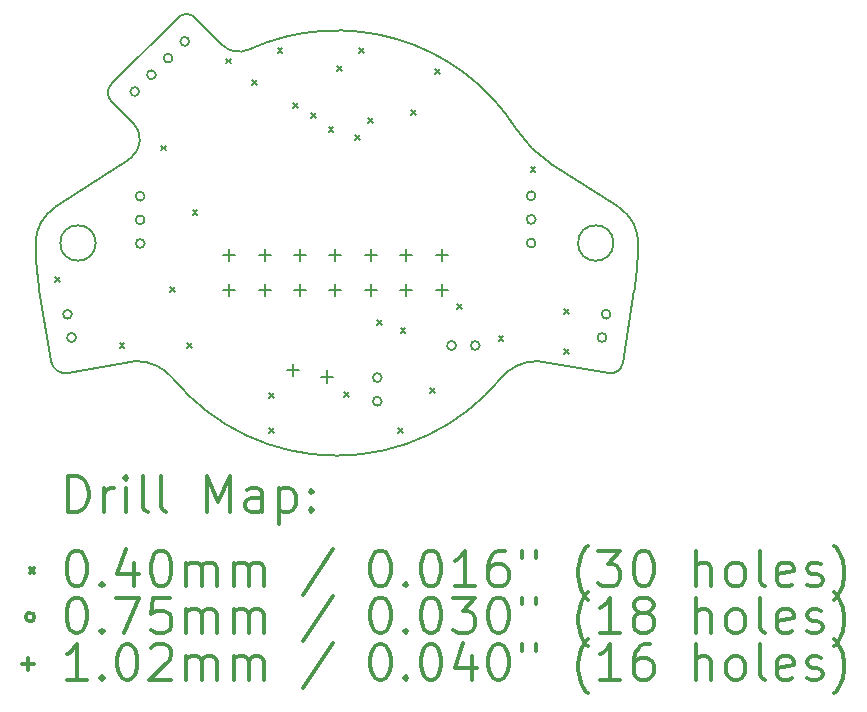
<source format=gbr>
%FSLAX45Y45*%
G04 Gerber Fmt 4.5, Leading zero omitted, Abs format (unit mm)*
G04 Created by KiCad (PCBNEW (5.1.9-0-10_14)) date 2021-09-13 08:54:31*
%MOMM*%
%LPD*%
G01*
G04 APERTURE LIST*
%TA.AperFunction,Profile*%
%ADD10C,0.200000*%
%TD*%
%ADD11C,0.200000*%
%ADD12C,0.300000*%
G04 APERTURE END LIST*
D10*
X7727861Y-11099027D02*
G75*
G02*
X7580000Y-11000000I-26782J119912D01*
G01*
X12420000Y-11020000D02*
G75*
G02*
X12304542Y-11100949I-100885J21078D01*
G01*
X12420000Y-11020000D02*
X12520000Y-10400000D01*
X7580000Y-11000000D02*
X7481529Y-10399757D01*
X8090811Y-8797919D02*
X8107000Y-8815000D01*
X8274130Y-8981238D02*
X8107000Y-8815000D01*
X9253190Y-8362235D02*
G75*
G02*
X11516467Y-9030295I746811J-1637765D01*
G01*
X8090811Y-8797919D02*
G75*
G02*
X8090811Y-8656498I70711J70711D01*
G01*
X8656497Y-8090812D02*
G75*
G02*
X8797918Y-8090812I70711J-70711D01*
G01*
X8274130Y-8981238D02*
G75*
G02*
X8255623Y-9280431I-141421J-141421D01*
G01*
X9253190Y-8362235D02*
G75*
G02*
X9028789Y-8321682I-82979J181974D01*
G01*
X8656497Y-8090812D02*
X8090811Y-8656498D01*
X9028789Y-8321682D02*
X8797918Y-8090812D01*
X11816778Y-9331839D02*
G75*
G02*
X11516467Y-9030295I542171J840268D01*
G01*
X8255623Y-9280431D02*
G75*
G02*
X8183222Y-9331839I-614572J788861D01*
G01*
X11388501Y-11145455D02*
G75*
G02*
X11697056Y-11000000I308556J-254545D01*
G01*
X8302944Y-11000000D02*
G75*
G02*
X8611499Y-11145455I0J-400000D01*
G01*
X11388501Y-11145455D02*
G75*
G02*
X8611499Y-11145455I-1388501J1145455D01*
G01*
X11697056Y-11000000D02*
X12304542Y-11100949D01*
X7727861Y-11099027D02*
X8302944Y-11000000D01*
X7450000Y-10000000D02*
G75*
G02*
X7613903Y-9699184I358000J0D01*
G01*
X12387196Y-9697482D02*
G75*
G02*
X12551470Y-10019999I-195196J-302518D01*
G01*
X7481529Y-10399757D02*
G75*
G02*
X7450000Y-10000000I2518471J399757D01*
G01*
X12551470Y-10019999D02*
G75*
G02*
X12520000Y-10400000I-2551470J19999D01*
G01*
X11816778Y-9331839D02*
X12387196Y-9697482D01*
X7613903Y-9699184D02*
X8183222Y-9331839D01*
X12342000Y-10000000D02*
G75*
G03*
X12342000Y-10000000I-150000J0D01*
G01*
X7958000Y-10000000D02*
G75*
G03*
X7958000Y-10000000I-150000J0D01*
G01*
D11*
X7615000Y-10290000D02*
X7655000Y-10330000D01*
X7655000Y-10290000D02*
X7615000Y-10330000D01*
X8160000Y-10850000D02*
X8200000Y-10890000D01*
X8200000Y-10850000D02*
X8160000Y-10890000D01*
X8510000Y-9175000D02*
X8550000Y-9215000D01*
X8550000Y-9175000D02*
X8510000Y-9215000D01*
X8590000Y-10375000D02*
X8630000Y-10415000D01*
X8630000Y-10375000D02*
X8590000Y-10415000D01*
X8735000Y-10850000D02*
X8775000Y-10890000D01*
X8775000Y-10850000D02*
X8735000Y-10890000D01*
X8780000Y-9720000D02*
X8820000Y-9760000D01*
X8820000Y-9720000D02*
X8780000Y-9760000D01*
X9060000Y-8440000D02*
X9100000Y-8480000D01*
X9100000Y-8440000D02*
X9060000Y-8480000D01*
X9280000Y-8620000D02*
X9320000Y-8660000D01*
X9320000Y-8620000D02*
X9280000Y-8660000D01*
X9425000Y-11270000D02*
X9465000Y-11310000D01*
X9465000Y-11270000D02*
X9425000Y-11310000D01*
X9425000Y-11565000D02*
X9465000Y-11605000D01*
X9465000Y-11565000D02*
X9425000Y-11605000D01*
X9499999Y-8350000D02*
X9539999Y-8390000D01*
X9539999Y-8350000D02*
X9499999Y-8390000D01*
X9629999Y-8817501D02*
X9669999Y-8857501D01*
X9669999Y-8817501D02*
X9629999Y-8857501D01*
X9780000Y-8900000D02*
X9820000Y-8940000D01*
X9820000Y-8900000D02*
X9780000Y-8940000D01*
X9930000Y-9020000D02*
X9970000Y-9060000D01*
X9970000Y-9020000D02*
X9930000Y-9060000D01*
X10000000Y-8500000D02*
X10040000Y-8540000D01*
X10040000Y-8500000D02*
X10000000Y-8540000D01*
X10060000Y-11260000D02*
X10100000Y-11300000D01*
X10100000Y-11260000D02*
X10060000Y-11300000D01*
X10155000Y-9085000D02*
X10195000Y-9125000D01*
X10195000Y-9085000D02*
X10155000Y-9125000D01*
X10189999Y-8350000D02*
X10229999Y-8390000D01*
X10229999Y-8350000D02*
X10189999Y-8390000D01*
X10265938Y-8943825D02*
X10305938Y-8983825D01*
X10305938Y-8943825D02*
X10265938Y-8983825D01*
X10340000Y-10655000D02*
X10380000Y-10695000D01*
X10380000Y-10655000D02*
X10340000Y-10695000D01*
X10520000Y-11570000D02*
X10560000Y-11610000D01*
X10560000Y-11570000D02*
X10520000Y-11610000D01*
X10540000Y-10720000D02*
X10580000Y-10760000D01*
X10580000Y-10720000D02*
X10540000Y-10760000D01*
X10630000Y-8875000D02*
X10670000Y-8915000D01*
X10670000Y-8875000D02*
X10630000Y-8915000D01*
X10790000Y-11230000D02*
X10830000Y-11270000D01*
X10830000Y-11230000D02*
X10790000Y-11270000D01*
X10835000Y-8530000D02*
X10875000Y-8570000D01*
X10875000Y-8530000D02*
X10835000Y-8570000D01*
X11020000Y-10520000D02*
X11060000Y-10560000D01*
X11060000Y-10520000D02*
X11020000Y-10560000D01*
X11370000Y-10790000D02*
X11410000Y-10830000D01*
X11410000Y-10790000D02*
X11370000Y-10830000D01*
X11640000Y-9360000D02*
X11680000Y-9400000D01*
X11680000Y-9360000D02*
X11640000Y-9400000D01*
X11925000Y-10560000D02*
X11965000Y-10600000D01*
X11965000Y-10560000D02*
X11925000Y-10600000D01*
X11925000Y-10900000D02*
X11965000Y-10940000D01*
X11965000Y-10900000D02*
X11925000Y-10940000D01*
X7756500Y-10603000D02*
G75*
G03*
X7756500Y-10603000I-37500J0D01*
G01*
X7791230Y-10799962D02*
G75*
G03*
X7791230Y-10799962I-37500J0D01*
G01*
X8326236Y-8717264D02*
G75*
G03*
X8326236Y-8717264I-37500J0D01*
G01*
X8372500Y-9604000D02*
G75*
G03*
X8372500Y-9604000I-37500J0D01*
G01*
X8372500Y-9804000D02*
G75*
G03*
X8372500Y-9804000I-37500J0D01*
G01*
X8372500Y-10004000D02*
G75*
G03*
X8372500Y-10004000I-37500J0D01*
G01*
X8467657Y-8575843D02*
G75*
G03*
X8467657Y-8575843I-37500J0D01*
G01*
X8609079Y-8434421D02*
G75*
G03*
X8609079Y-8434421I-37500J0D01*
G01*
X8750500Y-8293000D02*
G75*
G03*
X8750500Y-8293000I-37500J0D01*
G01*
X10379500Y-11140000D02*
G75*
G03*
X10379500Y-11140000I-37500J0D01*
G01*
X10379500Y-11340000D02*
G75*
G03*
X10379500Y-11340000I-37500J0D01*
G01*
X11008500Y-10868000D02*
G75*
G03*
X11008500Y-10868000I-37500J0D01*
G01*
X11208500Y-10868000D02*
G75*
G03*
X11208500Y-10868000I-37500J0D01*
G01*
X11682500Y-9600000D02*
G75*
G03*
X11682500Y-9600000I-37500J0D01*
G01*
X11682500Y-9800000D02*
G75*
G03*
X11682500Y-9800000I-37500J0D01*
G01*
X11682500Y-10000000D02*
G75*
G03*
X11682500Y-10000000I-37500J0D01*
G01*
X12282500Y-10800000D02*
G75*
G03*
X12282500Y-10800000I-37500J0D01*
G01*
X12317230Y-10603038D02*
G75*
G03*
X12317230Y-10603038I-37500J0D01*
G01*
X9088000Y-10048000D02*
X9088000Y-10150000D01*
X9037000Y-10099000D02*
X9139000Y-10099000D01*
X9088000Y-10348000D02*
X9088000Y-10450000D01*
X9037000Y-10399000D02*
X9139000Y-10399000D01*
X9388000Y-10048000D02*
X9388000Y-10150000D01*
X9337000Y-10099000D02*
X9439000Y-10099000D01*
X9388000Y-10348000D02*
X9388000Y-10450000D01*
X9337000Y-10399000D02*
X9439000Y-10399000D01*
X9626000Y-11022000D02*
X9626000Y-11124000D01*
X9575000Y-11073000D02*
X9677000Y-11073000D01*
X9688000Y-10048000D02*
X9688000Y-10150000D01*
X9637000Y-10099000D02*
X9739000Y-10099000D01*
X9688000Y-10348000D02*
X9688000Y-10450000D01*
X9637000Y-10399000D02*
X9739000Y-10399000D01*
X9920488Y-11079243D02*
X9920488Y-11181243D01*
X9869488Y-11130243D02*
X9971488Y-11130243D01*
X9988000Y-10048000D02*
X9988000Y-10150000D01*
X9937000Y-10099000D02*
X10039000Y-10099000D01*
X9988000Y-10348000D02*
X9988000Y-10450000D01*
X9937000Y-10399000D02*
X10039000Y-10399000D01*
X10288000Y-10048000D02*
X10288000Y-10150000D01*
X10237000Y-10099000D02*
X10339000Y-10099000D01*
X10288000Y-10348000D02*
X10288000Y-10450000D01*
X10237000Y-10399000D02*
X10339000Y-10399000D01*
X10588000Y-10048000D02*
X10588000Y-10150000D01*
X10537000Y-10099000D02*
X10639000Y-10099000D01*
X10588000Y-10348000D02*
X10588000Y-10450000D01*
X10537000Y-10399000D02*
X10639000Y-10399000D01*
X10888000Y-10048000D02*
X10888000Y-10150000D01*
X10837000Y-10099000D02*
X10939000Y-10099000D01*
X10888000Y-10348000D02*
X10888000Y-10450000D01*
X10837000Y-10399000D02*
X10939000Y-10399000D01*
D12*
X7726428Y-12275714D02*
X7726428Y-11975714D01*
X7797857Y-11975714D01*
X7840714Y-11990000D01*
X7869286Y-12018571D01*
X7883571Y-12047143D01*
X7897857Y-12104286D01*
X7897857Y-12147143D01*
X7883571Y-12204286D01*
X7869286Y-12232857D01*
X7840714Y-12261429D01*
X7797857Y-12275714D01*
X7726428Y-12275714D01*
X8026428Y-12275714D02*
X8026428Y-12075714D01*
X8026428Y-12132857D02*
X8040714Y-12104286D01*
X8055000Y-12090000D01*
X8083571Y-12075714D01*
X8112143Y-12075714D01*
X8212143Y-12275714D02*
X8212143Y-12075714D01*
X8212143Y-11975714D02*
X8197857Y-11990000D01*
X8212143Y-12004286D01*
X8226428Y-11990000D01*
X8212143Y-11975714D01*
X8212143Y-12004286D01*
X8397857Y-12275714D02*
X8369286Y-12261429D01*
X8355000Y-12232857D01*
X8355000Y-11975714D01*
X8555000Y-12275714D02*
X8526428Y-12261429D01*
X8512143Y-12232857D01*
X8512143Y-11975714D01*
X8897857Y-12275714D02*
X8897857Y-11975714D01*
X8997857Y-12190000D01*
X9097857Y-11975714D01*
X9097857Y-12275714D01*
X9369286Y-12275714D02*
X9369286Y-12118571D01*
X9355000Y-12090000D01*
X9326428Y-12075714D01*
X9269286Y-12075714D01*
X9240714Y-12090000D01*
X9369286Y-12261429D02*
X9340714Y-12275714D01*
X9269286Y-12275714D01*
X9240714Y-12261429D01*
X9226428Y-12232857D01*
X9226428Y-12204286D01*
X9240714Y-12175714D01*
X9269286Y-12161429D01*
X9340714Y-12161429D01*
X9369286Y-12147143D01*
X9512143Y-12075714D02*
X9512143Y-12375714D01*
X9512143Y-12090000D02*
X9540714Y-12075714D01*
X9597857Y-12075714D01*
X9626428Y-12090000D01*
X9640714Y-12104286D01*
X9655000Y-12132857D01*
X9655000Y-12218571D01*
X9640714Y-12247143D01*
X9626428Y-12261429D01*
X9597857Y-12275714D01*
X9540714Y-12275714D01*
X9512143Y-12261429D01*
X9783571Y-12247143D02*
X9797857Y-12261429D01*
X9783571Y-12275714D01*
X9769286Y-12261429D01*
X9783571Y-12247143D01*
X9783571Y-12275714D01*
X9783571Y-12090000D02*
X9797857Y-12104286D01*
X9783571Y-12118571D01*
X9769286Y-12104286D01*
X9783571Y-12090000D01*
X9783571Y-12118571D01*
X7400000Y-12750000D02*
X7440000Y-12790000D01*
X7440000Y-12750000D02*
X7400000Y-12790000D01*
X7783571Y-12605714D02*
X7812143Y-12605714D01*
X7840714Y-12620000D01*
X7855000Y-12634286D01*
X7869286Y-12662857D01*
X7883571Y-12720000D01*
X7883571Y-12791429D01*
X7869286Y-12848571D01*
X7855000Y-12877143D01*
X7840714Y-12891429D01*
X7812143Y-12905714D01*
X7783571Y-12905714D01*
X7755000Y-12891429D01*
X7740714Y-12877143D01*
X7726428Y-12848571D01*
X7712143Y-12791429D01*
X7712143Y-12720000D01*
X7726428Y-12662857D01*
X7740714Y-12634286D01*
X7755000Y-12620000D01*
X7783571Y-12605714D01*
X8012143Y-12877143D02*
X8026428Y-12891429D01*
X8012143Y-12905714D01*
X7997857Y-12891429D01*
X8012143Y-12877143D01*
X8012143Y-12905714D01*
X8283571Y-12705714D02*
X8283571Y-12905714D01*
X8212143Y-12591429D02*
X8140714Y-12805714D01*
X8326428Y-12805714D01*
X8497857Y-12605714D02*
X8526428Y-12605714D01*
X8555000Y-12620000D01*
X8569286Y-12634286D01*
X8583571Y-12662857D01*
X8597857Y-12720000D01*
X8597857Y-12791429D01*
X8583571Y-12848571D01*
X8569286Y-12877143D01*
X8555000Y-12891429D01*
X8526428Y-12905714D01*
X8497857Y-12905714D01*
X8469286Y-12891429D01*
X8455000Y-12877143D01*
X8440714Y-12848571D01*
X8426428Y-12791429D01*
X8426428Y-12720000D01*
X8440714Y-12662857D01*
X8455000Y-12634286D01*
X8469286Y-12620000D01*
X8497857Y-12605714D01*
X8726428Y-12905714D02*
X8726428Y-12705714D01*
X8726428Y-12734286D02*
X8740714Y-12720000D01*
X8769286Y-12705714D01*
X8812143Y-12705714D01*
X8840714Y-12720000D01*
X8855000Y-12748571D01*
X8855000Y-12905714D01*
X8855000Y-12748571D02*
X8869286Y-12720000D01*
X8897857Y-12705714D01*
X8940714Y-12705714D01*
X8969286Y-12720000D01*
X8983571Y-12748571D01*
X8983571Y-12905714D01*
X9126428Y-12905714D02*
X9126428Y-12705714D01*
X9126428Y-12734286D02*
X9140714Y-12720000D01*
X9169286Y-12705714D01*
X9212143Y-12705714D01*
X9240714Y-12720000D01*
X9255000Y-12748571D01*
X9255000Y-12905714D01*
X9255000Y-12748571D02*
X9269286Y-12720000D01*
X9297857Y-12705714D01*
X9340714Y-12705714D01*
X9369286Y-12720000D01*
X9383571Y-12748571D01*
X9383571Y-12905714D01*
X9969286Y-12591429D02*
X9712143Y-12977143D01*
X10355000Y-12605714D02*
X10383571Y-12605714D01*
X10412143Y-12620000D01*
X10426428Y-12634286D01*
X10440714Y-12662857D01*
X10455000Y-12720000D01*
X10455000Y-12791429D01*
X10440714Y-12848571D01*
X10426428Y-12877143D01*
X10412143Y-12891429D01*
X10383571Y-12905714D01*
X10355000Y-12905714D01*
X10326428Y-12891429D01*
X10312143Y-12877143D01*
X10297857Y-12848571D01*
X10283571Y-12791429D01*
X10283571Y-12720000D01*
X10297857Y-12662857D01*
X10312143Y-12634286D01*
X10326428Y-12620000D01*
X10355000Y-12605714D01*
X10583571Y-12877143D02*
X10597857Y-12891429D01*
X10583571Y-12905714D01*
X10569286Y-12891429D01*
X10583571Y-12877143D01*
X10583571Y-12905714D01*
X10783571Y-12605714D02*
X10812143Y-12605714D01*
X10840714Y-12620000D01*
X10855000Y-12634286D01*
X10869286Y-12662857D01*
X10883571Y-12720000D01*
X10883571Y-12791429D01*
X10869286Y-12848571D01*
X10855000Y-12877143D01*
X10840714Y-12891429D01*
X10812143Y-12905714D01*
X10783571Y-12905714D01*
X10755000Y-12891429D01*
X10740714Y-12877143D01*
X10726428Y-12848571D01*
X10712143Y-12791429D01*
X10712143Y-12720000D01*
X10726428Y-12662857D01*
X10740714Y-12634286D01*
X10755000Y-12620000D01*
X10783571Y-12605714D01*
X11169286Y-12905714D02*
X10997857Y-12905714D01*
X11083571Y-12905714D02*
X11083571Y-12605714D01*
X11055000Y-12648571D01*
X11026428Y-12677143D01*
X10997857Y-12691429D01*
X11426428Y-12605714D02*
X11369286Y-12605714D01*
X11340714Y-12620000D01*
X11326428Y-12634286D01*
X11297857Y-12677143D01*
X11283571Y-12734286D01*
X11283571Y-12848571D01*
X11297857Y-12877143D01*
X11312143Y-12891429D01*
X11340714Y-12905714D01*
X11397857Y-12905714D01*
X11426428Y-12891429D01*
X11440714Y-12877143D01*
X11455000Y-12848571D01*
X11455000Y-12777143D01*
X11440714Y-12748571D01*
X11426428Y-12734286D01*
X11397857Y-12720000D01*
X11340714Y-12720000D01*
X11312143Y-12734286D01*
X11297857Y-12748571D01*
X11283571Y-12777143D01*
X11569286Y-12605714D02*
X11569286Y-12662857D01*
X11683571Y-12605714D02*
X11683571Y-12662857D01*
X12126428Y-13020000D02*
X12112143Y-13005714D01*
X12083571Y-12962857D01*
X12069286Y-12934286D01*
X12055000Y-12891429D01*
X12040714Y-12820000D01*
X12040714Y-12762857D01*
X12055000Y-12691429D01*
X12069286Y-12648571D01*
X12083571Y-12620000D01*
X12112143Y-12577143D01*
X12126428Y-12562857D01*
X12212143Y-12605714D02*
X12397857Y-12605714D01*
X12297857Y-12720000D01*
X12340714Y-12720000D01*
X12369286Y-12734286D01*
X12383571Y-12748571D01*
X12397857Y-12777143D01*
X12397857Y-12848571D01*
X12383571Y-12877143D01*
X12369286Y-12891429D01*
X12340714Y-12905714D01*
X12255000Y-12905714D01*
X12226428Y-12891429D01*
X12212143Y-12877143D01*
X12583571Y-12605714D02*
X12612143Y-12605714D01*
X12640714Y-12620000D01*
X12655000Y-12634286D01*
X12669286Y-12662857D01*
X12683571Y-12720000D01*
X12683571Y-12791429D01*
X12669286Y-12848571D01*
X12655000Y-12877143D01*
X12640714Y-12891429D01*
X12612143Y-12905714D01*
X12583571Y-12905714D01*
X12555000Y-12891429D01*
X12540714Y-12877143D01*
X12526428Y-12848571D01*
X12512143Y-12791429D01*
X12512143Y-12720000D01*
X12526428Y-12662857D01*
X12540714Y-12634286D01*
X12555000Y-12620000D01*
X12583571Y-12605714D01*
X13040714Y-12905714D02*
X13040714Y-12605714D01*
X13169286Y-12905714D02*
X13169286Y-12748571D01*
X13155000Y-12720000D01*
X13126428Y-12705714D01*
X13083571Y-12705714D01*
X13055000Y-12720000D01*
X13040714Y-12734286D01*
X13355000Y-12905714D02*
X13326428Y-12891429D01*
X13312143Y-12877143D01*
X13297857Y-12848571D01*
X13297857Y-12762857D01*
X13312143Y-12734286D01*
X13326428Y-12720000D01*
X13355000Y-12705714D01*
X13397857Y-12705714D01*
X13426428Y-12720000D01*
X13440714Y-12734286D01*
X13455000Y-12762857D01*
X13455000Y-12848571D01*
X13440714Y-12877143D01*
X13426428Y-12891429D01*
X13397857Y-12905714D01*
X13355000Y-12905714D01*
X13626428Y-12905714D02*
X13597857Y-12891429D01*
X13583571Y-12862857D01*
X13583571Y-12605714D01*
X13855000Y-12891429D02*
X13826428Y-12905714D01*
X13769286Y-12905714D01*
X13740714Y-12891429D01*
X13726428Y-12862857D01*
X13726428Y-12748571D01*
X13740714Y-12720000D01*
X13769286Y-12705714D01*
X13826428Y-12705714D01*
X13855000Y-12720000D01*
X13869286Y-12748571D01*
X13869286Y-12777143D01*
X13726428Y-12805714D01*
X13983571Y-12891429D02*
X14012143Y-12905714D01*
X14069286Y-12905714D01*
X14097857Y-12891429D01*
X14112143Y-12862857D01*
X14112143Y-12848571D01*
X14097857Y-12820000D01*
X14069286Y-12805714D01*
X14026428Y-12805714D01*
X13997857Y-12791429D01*
X13983571Y-12762857D01*
X13983571Y-12748571D01*
X13997857Y-12720000D01*
X14026428Y-12705714D01*
X14069286Y-12705714D01*
X14097857Y-12720000D01*
X14212143Y-13020000D02*
X14226428Y-13005714D01*
X14255000Y-12962857D01*
X14269286Y-12934286D01*
X14283571Y-12891429D01*
X14297857Y-12820000D01*
X14297857Y-12762857D01*
X14283571Y-12691429D01*
X14269286Y-12648571D01*
X14255000Y-12620000D01*
X14226428Y-12577143D01*
X14212143Y-12562857D01*
X7440000Y-13166000D02*
G75*
G03*
X7440000Y-13166000I-37500J0D01*
G01*
X7783571Y-13001714D02*
X7812143Y-13001714D01*
X7840714Y-13016000D01*
X7855000Y-13030286D01*
X7869286Y-13058857D01*
X7883571Y-13116000D01*
X7883571Y-13187429D01*
X7869286Y-13244571D01*
X7855000Y-13273143D01*
X7840714Y-13287429D01*
X7812143Y-13301714D01*
X7783571Y-13301714D01*
X7755000Y-13287429D01*
X7740714Y-13273143D01*
X7726428Y-13244571D01*
X7712143Y-13187429D01*
X7712143Y-13116000D01*
X7726428Y-13058857D01*
X7740714Y-13030286D01*
X7755000Y-13016000D01*
X7783571Y-13001714D01*
X8012143Y-13273143D02*
X8026428Y-13287429D01*
X8012143Y-13301714D01*
X7997857Y-13287429D01*
X8012143Y-13273143D01*
X8012143Y-13301714D01*
X8126428Y-13001714D02*
X8326428Y-13001714D01*
X8197857Y-13301714D01*
X8583571Y-13001714D02*
X8440714Y-13001714D01*
X8426428Y-13144571D01*
X8440714Y-13130286D01*
X8469286Y-13116000D01*
X8540714Y-13116000D01*
X8569286Y-13130286D01*
X8583571Y-13144571D01*
X8597857Y-13173143D01*
X8597857Y-13244571D01*
X8583571Y-13273143D01*
X8569286Y-13287429D01*
X8540714Y-13301714D01*
X8469286Y-13301714D01*
X8440714Y-13287429D01*
X8426428Y-13273143D01*
X8726428Y-13301714D02*
X8726428Y-13101714D01*
X8726428Y-13130286D02*
X8740714Y-13116000D01*
X8769286Y-13101714D01*
X8812143Y-13101714D01*
X8840714Y-13116000D01*
X8855000Y-13144571D01*
X8855000Y-13301714D01*
X8855000Y-13144571D02*
X8869286Y-13116000D01*
X8897857Y-13101714D01*
X8940714Y-13101714D01*
X8969286Y-13116000D01*
X8983571Y-13144571D01*
X8983571Y-13301714D01*
X9126428Y-13301714D02*
X9126428Y-13101714D01*
X9126428Y-13130286D02*
X9140714Y-13116000D01*
X9169286Y-13101714D01*
X9212143Y-13101714D01*
X9240714Y-13116000D01*
X9255000Y-13144571D01*
X9255000Y-13301714D01*
X9255000Y-13144571D02*
X9269286Y-13116000D01*
X9297857Y-13101714D01*
X9340714Y-13101714D01*
X9369286Y-13116000D01*
X9383571Y-13144571D01*
X9383571Y-13301714D01*
X9969286Y-12987429D02*
X9712143Y-13373143D01*
X10355000Y-13001714D02*
X10383571Y-13001714D01*
X10412143Y-13016000D01*
X10426428Y-13030286D01*
X10440714Y-13058857D01*
X10455000Y-13116000D01*
X10455000Y-13187429D01*
X10440714Y-13244571D01*
X10426428Y-13273143D01*
X10412143Y-13287429D01*
X10383571Y-13301714D01*
X10355000Y-13301714D01*
X10326428Y-13287429D01*
X10312143Y-13273143D01*
X10297857Y-13244571D01*
X10283571Y-13187429D01*
X10283571Y-13116000D01*
X10297857Y-13058857D01*
X10312143Y-13030286D01*
X10326428Y-13016000D01*
X10355000Y-13001714D01*
X10583571Y-13273143D02*
X10597857Y-13287429D01*
X10583571Y-13301714D01*
X10569286Y-13287429D01*
X10583571Y-13273143D01*
X10583571Y-13301714D01*
X10783571Y-13001714D02*
X10812143Y-13001714D01*
X10840714Y-13016000D01*
X10855000Y-13030286D01*
X10869286Y-13058857D01*
X10883571Y-13116000D01*
X10883571Y-13187429D01*
X10869286Y-13244571D01*
X10855000Y-13273143D01*
X10840714Y-13287429D01*
X10812143Y-13301714D01*
X10783571Y-13301714D01*
X10755000Y-13287429D01*
X10740714Y-13273143D01*
X10726428Y-13244571D01*
X10712143Y-13187429D01*
X10712143Y-13116000D01*
X10726428Y-13058857D01*
X10740714Y-13030286D01*
X10755000Y-13016000D01*
X10783571Y-13001714D01*
X10983571Y-13001714D02*
X11169286Y-13001714D01*
X11069286Y-13116000D01*
X11112143Y-13116000D01*
X11140714Y-13130286D01*
X11155000Y-13144571D01*
X11169286Y-13173143D01*
X11169286Y-13244571D01*
X11155000Y-13273143D01*
X11140714Y-13287429D01*
X11112143Y-13301714D01*
X11026428Y-13301714D01*
X10997857Y-13287429D01*
X10983571Y-13273143D01*
X11355000Y-13001714D02*
X11383571Y-13001714D01*
X11412143Y-13016000D01*
X11426428Y-13030286D01*
X11440714Y-13058857D01*
X11455000Y-13116000D01*
X11455000Y-13187429D01*
X11440714Y-13244571D01*
X11426428Y-13273143D01*
X11412143Y-13287429D01*
X11383571Y-13301714D01*
X11355000Y-13301714D01*
X11326428Y-13287429D01*
X11312143Y-13273143D01*
X11297857Y-13244571D01*
X11283571Y-13187429D01*
X11283571Y-13116000D01*
X11297857Y-13058857D01*
X11312143Y-13030286D01*
X11326428Y-13016000D01*
X11355000Y-13001714D01*
X11569286Y-13001714D02*
X11569286Y-13058857D01*
X11683571Y-13001714D02*
X11683571Y-13058857D01*
X12126428Y-13416000D02*
X12112143Y-13401714D01*
X12083571Y-13358857D01*
X12069286Y-13330286D01*
X12055000Y-13287429D01*
X12040714Y-13216000D01*
X12040714Y-13158857D01*
X12055000Y-13087429D01*
X12069286Y-13044571D01*
X12083571Y-13016000D01*
X12112143Y-12973143D01*
X12126428Y-12958857D01*
X12397857Y-13301714D02*
X12226428Y-13301714D01*
X12312143Y-13301714D02*
X12312143Y-13001714D01*
X12283571Y-13044571D01*
X12255000Y-13073143D01*
X12226428Y-13087429D01*
X12569286Y-13130286D02*
X12540714Y-13116000D01*
X12526428Y-13101714D01*
X12512143Y-13073143D01*
X12512143Y-13058857D01*
X12526428Y-13030286D01*
X12540714Y-13016000D01*
X12569286Y-13001714D01*
X12626428Y-13001714D01*
X12655000Y-13016000D01*
X12669286Y-13030286D01*
X12683571Y-13058857D01*
X12683571Y-13073143D01*
X12669286Y-13101714D01*
X12655000Y-13116000D01*
X12626428Y-13130286D01*
X12569286Y-13130286D01*
X12540714Y-13144571D01*
X12526428Y-13158857D01*
X12512143Y-13187429D01*
X12512143Y-13244571D01*
X12526428Y-13273143D01*
X12540714Y-13287429D01*
X12569286Y-13301714D01*
X12626428Y-13301714D01*
X12655000Y-13287429D01*
X12669286Y-13273143D01*
X12683571Y-13244571D01*
X12683571Y-13187429D01*
X12669286Y-13158857D01*
X12655000Y-13144571D01*
X12626428Y-13130286D01*
X13040714Y-13301714D02*
X13040714Y-13001714D01*
X13169286Y-13301714D02*
X13169286Y-13144571D01*
X13155000Y-13116000D01*
X13126428Y-13101714D01*
X13083571Y-13101714D01*
X13055000Y-13116000D01*
X13040714Y-13130286D01*
X13355000Y-13301714D02*
X13326428Y-13287429D01*
X13312143Y-13273143D01*
X13297857Y-13244571D01*
X13297857Y-13158857D01*
X13312143Y-13130286D01*
X13326428Y-13116000D01*
X13355000Y-13101714D01*
X13397857Y-13101714D01*
X13426428Y-13116000D01*
X13440714Y-13130286D01*
X13455000Y-13158857D01*
X13455000Y-13244571D01*
X13440714Y-13273143D01*
X13426428Y-13287429D01*
X13397857Y-13301714D01*
X13355000Y-13301714D01*
X13626428Y-13301714D02*
X13597857Y-13287429D01*
X13583571Y-13258857D01*
X13583571Y-13001714D01*
X13855000Y-13287429D02*
X13826428Y-13301714D01*
X13769286Y-13301714D01*
X13740714Y-13287429D01*
X13726428Y-13258857D01*
X13726428Y-13144571D01*
X13740714Y-13116000D01*
X13769286Y-13101714D01*
X13826428Y-13101714D01*
X13855000Y-13116000D01*
X13869286Y-13144571D01*
X13869286Y-13173143D01*
X13726428Y-13201714D01*
X13983571Y-13287429D02*
X14012143Y-13301714D01*
X14069286Y-13301714D01*
X14097857Y-13287429D01*
X14112143Y-13258857D01*
X14112143Y-13244571D01*
X14097857Y-13216000D01*
X14069286Y-13201714D01*
X14026428Y-13201714D01*
X13997857Y-13187429D01*
X13983571Y-13158857D01*
X13983571Y-13144571D01*
X13997857Y-13116000D01*
X14026428Y-13101714D01*
X14069286Y-13101714D01*
X14097857Y-13116000D01*
X14212143Y-13416000D02*
X14226428Y-13401714D01*
X14255000Y-13358857D01*
X14269286Y-13330286D01*
X14283571Y-13287429D01*
X14297857Y-13216000D01*
X14297857Y-13158857D01*
X14283571Y-13087429D01*
X14269286Y-13044571D01*
X14255000Y-13016000D01*
X14226428Y-12973143D01*
X14212143Y-12958857D01*
X7389000Y-13511000D02*
X7389000Y-13613000D01*
X7338000Y-13562000D02*
X7440000Y-13562000D01*
X7883571Y-13697714D02*
X7712143Y-13697714D01*
X7797857Y-13697714D02*
X7797857Y-13397714D01*
X7769286Y-13440571D01*
X7740714Y-13469143D01*
X7712143Y-13483429D01*
X8012143Y-13669143D02*
X8026428Y-13683429D01*
X8012143Y-13697714D01*
X7997857Y-13683429D01*
X8012143Y-13669143D01*
X8012143Y-13697714D01*
X8212143Y-13397714D02*
X8240714Y-13397714D01*
X8269286Y-13412000D01*
X8283571Y-13426286D01*
X8297857Y-13454857D01*
X8312143Y-13512000D01*
X8312143Y-13583429D01*
X8297857Y-13640571D01*
X8283571Y-13669143D01*
X8269286Y-13683429D01*
X8240714Y-13697714D01*
X8212143Y-13697714D01*
X8183571Y-13683429D01*
X8169286Y-13669143D01*
X8155000Y-13640571D01*
X8140714Y-13583429D01*
X8140714Y-13512000D01*
X8155000Y-13454857D01*
X8169286Y-13426286D01*
X8183571Y-13412000D01*
X8212143Y-13397714D01*
X8426428Y-13426286D02*
X8440714Y-13412000D01*
X8469286Y-13397714D01*
X8540714Y-13397714D01*
X8569286Y-13412000D01*
X8583571Y-13426286D01*
X8597857Y-13454857D01*
X8597857Y-13483429D01*
X8583571Y-13526286D01*
X8412143Y-13697714D01*
X8597857Y-13697714D01*
X8726428Y-13697714D02*
X8726428Y-13497714D01*
X8726428Y-13526286D02*
X8740714Y-13512000D01*
X8769286Y-13497714D01*
X8812143Y-13497714D01*
X8840714Y-13512000D01*
X8855000Y-13540571D01*
X8855000Y-13697714D01*
X8855000Y-13540571D02*
X8869286Y-13512000D01*
X8897857Y-13497714D01*
X8940714Y-13497714D01*
X8969286Y-13512000D01*
X8983571Y-13540571D01*
X8983571Y-13697714D01*
X9126428Y-13697714D02*
X9126428Y-13497714D01*
X9126428Y-13526286D02*
X9140714Y-13512000D01*
X9169286Y-13497714D01*
X9212143Y-13497714D01*
X9240714Y-13512000D01*
X9255000Y-13540571D01*
X9255000Y-13697714D01*
X9255000Y-13540571D02*
X9269286Y-13512000D01*
X9297857Y-13497714D01*
X9340714Y-13497714D01*
X9369286Y-13512000D01*
X9383571Y-13540571D01*
X9383571Y-13697714D01*
X9969286Y-13383429D02*
X9712143Y-13769143D01*
X10355000Y-13397714D02*
X10383571Y-13397714D01*
X10412143Y-13412000D01*
X10426428Y-13426286D01*
X10440714Y-13454857D01*
X10455000Y-13512000D01*
X10455000Y-13583429D01*
X10440714Y-13640571D01*
X10426428Y-13669143D01*
X10412143Y-13683429D01*
X10383571Y-13697714D01*
X10355000Y-13697714D01*
X10326428Y-13683429D01*
X10312143Y-13669143D01*
X10297857Y-13640571D01*
X10283571Y-13583429D01*
X10283571Y-13512000D01*
X10297857Y-13454857D01*
X10312143Y-13426286D01*
X10326428Y-13412000D01*
X10355000Y-13397714D01*
X10583571Y-13669143D02*
X10597857Y-13683429D01*
X10583571Y-13697714D01*
X10569286Y-13683429D01*
X10583571Y-13669143D01*
X10583571Y-13697714D01*
X10783571Y-13397714D02*
X10812143Y-13397714D01*
X10840714Y-13412000D01*
X10855000Y-13426286D01*
X10869286Y-13454857D01*
X10883571Y-13512000D01*
X10883571Y-13583429D01*
X10869286Y-13640571D01*
X10855000Y-13669143D01*
X10840714Y-13683429D01*
X10812143Y-13697714D01*
X10783571Y-13697714D01*
X10755000Y-13683429D01*
X10740714Y-13669143D01*
X10726428Y-13640571D01*
X10712143Y-13583429D01*
X10712143Y-13512000D01*
X10726428Y-13454857D01*
X10740714Y-13426286D01*
X10755000Y-13412000D01*
X10783571Y-13397714D01*
X11140714Y-13497714D02*
X11140714Y-13697714D01*
X11069286Y-13383429D02*
X10997857Y-13597714D01*
X11183571Y-13597714D01*
X11355000Y-13397714D02*
X11383571Y-13397714D01*
X11412143Y-13412000D01*
X11426428Y-13426286D01*
X11440714Y-13454857D01*
X11455000Y-13512000D01*
X11455000Y-13583429D01*
X11440714Y-13640571D01*
X11426428Y-13669143D01*
X11412143Y-13683429D01*
X11383571Y-13697714D01*
X11355000Y-13697714D01*
X11326428Y-13683429D01*
X11312143Y-13669143D01*
X11297857Y-13640571D01*
X11283571Y-13583429D01*
X11283571Y-13512000D01*
X11297857Y-13454857D01*
X11312143Y-13426286D01*
X11326428Y-13412000D01*
X11355000Y-13397714D01*
X11569286Y-13397714D02*
X11569286Y-13454857D01*
X11683571Y-13397714D02*
X11683571Y-13454857D01*
X12126428Y-13812000D02*
X12112143Y-13797714D01*
X12083571Y-13754857D01*
X12069286Y-13726286D01*
X12055000Y-13683429D01*
X12040714Y-13612000D01*
X12040714Y-13554857D01*
X12055000Y-13483429D01*
X12069286Y-13440571D01*
X12083571Y-13412000D01*
X12112143Y-13369143D01*
X12126428Y-13354857D01*
X12397857Y-13697714D02*
X12226428Y-13697714D01*
X12312143Y-13697714D02*
X12312143Y-13397714D01*
X12283571Y-13440571D01*
X12255000Y-13469143D01*
X12226428Y-13483429D01*
X12655000Y-13397714D02*
X12597857Y-13397714D01*
X12569286Y-13412000D01*
X12555000Y-13426286D01*
X12526428Y-13469143D01*
X12512143Y-13526286D01*
X12512143Y-13640571D01*
X12526428Y-13669143D01*
X12540714Y-13683429D01*
X12569286Y-13697714D01*
X12626428Y-13697714D01*
X12655000Y-13683429D01*
X12669286Y-13669143D01*
X12683571Y-13640571D01*
X12683571Y-13569143D01*
X12669286Y-13540571D01*
X12655000Y-13526286D01*
X12626428Y-13512000D01*
X12569286Y-13512000D01*
X12540714Y-13526286D01*
X12526428Y-13540571D01*
X12512143Y-13569143D01*
X13040714Y-13697714D02*
X13040714Y-13397714D01*
X13169286Y-13697714D02*
X13169286Y-13540571D01*
X13155000Y-13512000D01*
X13126428Y-13497714D01*
X13083571Y-13497714D01*
X13055000Y-13512000D01*
X13040714Y-13526286D01*
X13355000Y-13697714D02*
X13326428Y-13683429D01*
X13312143Y-13669143D01*
X13297857Y-13640571D01*
X13297857Y-13554857D01*
X13312143Y-13526286D01*
X13326428Y-13512000D01*
X13355000Y-13497714D01*
X13397857Y-13497714D01*
X13426428Y-13512000D01*
X13440714Y-13526286D01*
X13455000Y-13554857D01*
X13455000Y-13640571D01*
X13440714Y-13669143D01*
X13426428Y-13683429D01*
X13397857Y-13697714D01*
X13355000Y-13697714D01*
X13626428Y-13697714D02*
X13597857Y-13683429D01*
X13583571Y-13654857D01*
X13583571Y-13397714D01*
X13855000Y-13683429D02*
X13826428Y-13697714D01*
X13769286Y-13697714D01*
X13740714Y-13683429D01*
X13726428Y-13654857D01*
X13726428Y-13540571D01*
X13740714Y-13512000D01*
X13769286Y-13497714D01*
X13826428Y-13497714D01*
X13855000Y-13512000D01*
X13869286Y-13540571D01*
X13869286Y-13569143D01*
X13726428Y-13597714D01*
X13983571Y-13683429D02*
X14012143Y-13697714D01*
X14069286Y-13697714D01*
X14097857Y-13683429D01*
X14112143Y-13654857D01*
X14112143Y-13640571D01*
X14097857Y-13612000D01*
X14069286Y-13597714D01*
X14026428Y-13597714D01*
X13997857Y-13583429D01*
X13983571Y-13554857D01*
X13983571Y-13540571D01*
X13997857Y-13512000D01*
X14026428Y-13497714D01*
X14069286Y-13497714D01*
X14097857Y-13512000D01*
X14212143Y-13812000D02*
X14226428Y-13797714D01*
X14255000Y-13754857D01*
X14269286Y-13726286D01*
X14283571Y-13683429D01*
X14297857Y-13612000D01*
X14297857Y-13554857D01*
X14283571Y-13483429D01*
X14269286Y-13440571D01*
X14255000Y-13412000D01*
X14226428Y-13369143D01*
X14212143Y-13354857D01*
M02*

</source>
